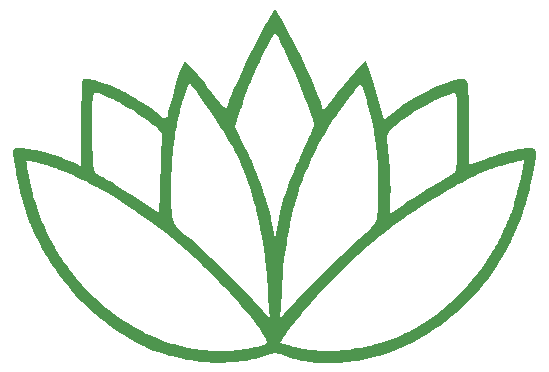
<source format=gbo>
G04 Layer: BottomSilkscreenLayer*
G04 EasyEDA v6.5.22, 2023-01-18 14:56:14*
G04 eb7a50f388b942ddb5e33576d95934dd,93c32eb58a6e4653a9b851d96a472eee,10*
G04 Gerber Generator version 0.2*
G04 Scale: 100 percent, Rotated: No, Reflected: No *
G04 Dimensions in millimeters *
G04 leading zeros omitted , absolute positions ,4 integer and 5 decimal *
%FSLAX45Y45*%
%MOMM*%

%ADD10C,0.0001*%

%LPD*%
G36*
X591007Y3365804D02*
G01*
X557987Y3322574D01*
X550926Y3312007D01*
X543763Y3300272D01*
X525932Y3268979D01*
X503986Y3228644D01*
X478790Y3180740D01*
X451002Y3126943D01*
X410209Y3046272D01*
X379679Y2984855D01*
X345541Y2915259D01*
X305714Y2832658D01*
X279196Y2776474D01*
X255574Y2725420D01*
X235610Y2681020D01*
X220217Y2644952D01*
X214426Y2630525D01*
X210058Y2618790D01*
X200914Y2590292D01*
X196189Y2576626D01*
X191465Y2563876D01*
X186893Y2552446D01*
X182626Y2542692D01*
X178816Y2534869D01*
X175564Y2529382D01*
X174193Y2527655D01*
X173380Y2527147D01*
X172313Y2527096D01*
X170942Y2527401D01*
X169316Y2528062D01*
X165303Y2530602D01*
X160223Y2534615D01*
X154228Y2539949D01*
X139750Y2554478D01*
X122326Y2573629D01*
X102463Y2596845D01*
X80772Y2623566D01*
X57658Y2653131D01*
X14579Y2709773D01*
X-8128Y2738729D01*
X-34950Y2772206D01*
X-52171Y2793288D01*
X-68580Y2812897D01*
X-97739Y2846628D01*
X-109982Y2860090D01*
X-120345Y2870860D01*
X-179120Y2926588D01*
X-207213Y2859328D01*
X-214172Y2841244D01*
X-222046Y2819247D01*
X-230632Y2793949D01*
X-239775Y2766009D01*
X-249275Y2736138D01*
X-258927Y2704896D01*
X-280162Y2633370D01*
X-297078Y2573172D01*
X-310489Y2521712D01*
X-315417Y2500934D01*
X-318922Y2484323D01*
X-320751Y2472537D01*
X-321513Y2463647D01*
X-322986Y2459228D01*
X-325272Y2455316D01*
X-328371Y2452014D01*
X-332028Y2449322D01*
X-336245Y2447188D01*
X-340868Y2445715D01*
X-345795Y2444800D01*
X-350875Y2444597D01*
X-356057Y2445004D01*
X-361238Y2446121D01*
X-366268Y2447848D01*
X-371043Y2450338D01*
X-375462Y2453487D01*
X-379425Y2457348D01*
X-383844Y2463444D01*
X-386689Y2466898D01*
X-390499Y2470912D01*
X-395274Y2475433D01*
X-407466Y2485796D01*
X-422808Y2497785D01*
X-441045Y2511145D01*
X-461670Y2525674D01*
X-484378Y2541016D01*
X-508711Y2557068D01*
X-534416Y2573477D01*
X-560984Y2590088D01*
X-581304Y2602484D01*
X-628904Y2630576D01*
X-655726Y2645714D01*
X-681685Y2659938D01*
X-706475Y2672994D01*
X-731113Y2685237D01*
X-759866Y2698597D01*
X-789127Y2711246D01*
X-811174Y2720289D01*
X-840384Y2731516D01*
X-869086Y2741777D01*
X-896874Y2751023D01*
X-923340Y2758998D01*
X-935939Y2762554D01*
X-959764Y2768549D01*
X-981303Y2773121D01*
X-991057Y2774797D01*
X-1000150Y2776067D01*
X-1008481Y2776931D01*
X-1016000Y2777337D01*
X-1022654Y2777337D01*
X-1028395Y2776829D01*
X-1033221Y2775864D01*
X-1037031Y2774391D01*
X-1038555Y2773476D01*
X-1040180Y2771952D01*
X-1040892Y2770124D01*
X-1042314Y2763469D01*
X-1043736Y2752953D01*
X-1045057Y2738780D01*
X-1046327Y2721152D01*
X-1048613Y2676652D01*
X-1050493Y2621280D01*
X-1051966Y2556916D01*
X-1052931Y2485390D01*
X-1053236Y2447493D01*
X-1053338Y2392680D01*
X-961440Y2392680D01*
X-961288Y2459126D01*
X-960526Y2512720D01*
X-959103Y2560269D01*
X-958087Y2580487D01*
X-956868Y2597759D01*
X-955395Y2612288D01*
X-953516Y2624277D01*
X-951280Y2633980D01*
X-949960Y2638044D01*
X-948537Y2641600D01*
X-946962Y2644698D01*
X-945235Y2647340D01*
X-943356Y2649575D01*
X-941324Y2651455D01*
X-939139Y2652928D01*
X-936752Y2654096D01*
X-934212Y2654960D01*
X-931468Y2655519D01*
X-925372Y2655925D01*
X-921105Y2655671D01*
X-916076Y2654960D01*
X-903986Y2652014D01*
X-889355Y2647289D01*
X-872439Y2640939D01*
X-853440Y2633065D01*
X-832612Y2623769D01*
X-810260Y2613202D01*
X-786587Y2601518D01*
X-761847Y2588869D01*
X-736244Y2575306D01*
X-696874Y2553665D01*
X-656996Y2530805D01*
X-617423Y2507183D01*
X-585317Y2487218D01*
X-560527Y2471267D01*
X-536854Y2455418D01*
X-514400Y2439924D01*
X-493572Y2424785D01*
X-459181Y2398776D01*
X-442417Y2385771D01*
X-427786Y2374087D01*
X-415137Y2363520D01*
X-404368Y2353919D01*
X-395274Y2345080D01*
X-387807Y2336901D01*
X-381762Y2329129D01*
X-379222Y2325370D01*
X-376986Y2321610D01*
X-373430Y2314194D01*
X-370941Y2306675D01*
X-369316Y2298852D01*
X-368452Y2290622D01*
X-368249Y2281783D01*
X-375259Y2133854D01*
X-389557Y1800656D01*
X-292760Y1800656D01*
X-292303Y1888286D01*
X-291947Y1914448D01*
X-290779Y1960270D01*
X-288442Y2012543D01*
X-285191Y2064613D01*
X-282600Y2097074D01*
X-279044Y2135835D01*
X-276402Y2161540D01*
X-273507Y2187143D01*
X-270357Y2212695D01*
X-266090Y2244394D01*
X-262432Y2269591D01*
X-255473Y2313330D01*
X-250088Y2344267D01*
X-245516Y2368854D01*
X-239471Y2399233D01*
X-231749Y2435301D01*
X-226364Y2459075D01*
X-220725Y2482646D01*
X-213410Y2511704D01*
X-207314Y2534666D01*
X-197764Y2568600D01*
X-189433Y2596438D01*
X-169011Y2660446D01*
X-159004Y2690723D01*
X-150571Y2715310D01*
X-144119Y2732989D01*
X-139700Y2743250D01*
X-139344Y2743504D01*
X-137922Y2742844D01*
X-135991Y2741320D01*
X-130505Y2735783D01*
X-123037Y2727096D01*
X-113741Y2715514D01*
X-102819Y2701290D01*
X-76657Y2665780D01*
X-45821Y2622499D01*
X-11531Y2573274D01*
X34188Y2506319D01*
X85344Y2429764D01*
X123994Y2370734D01*
X244856Y2370734D01*
X292760Y2509875D01*
X303682Y2540812D01*
X328523Y2608834D01*
X351891Y2670251D01*
X371094Y2718866D01*
X383235Y2748940D01*
X395528Y2778709D01*
X412851Y2819806D01*
X435406Y2871470D01*
X458063Y2921711D01*
X480822Y2970174D01*
X503478Y3016656D01*
X518159Y3045764D01*
X536752Y3081426D01*
X553669Y3112719D01*
X568198Y3138220D01*
X574243Y3148380D01*
X579475Y3156610D01*
X583641Y3162655D01*
X586740Y3166414D01*
X587806Y3167380D01*
X588619Y3167735D01*
X589889Y3167278D01*
X590702Y3166719D01*
X593496Y3163722D01*
X598424Y3156813D01*
X604520Y3146704D01*
X611733Y3133699D01*
X620014Y3117951D01*
X631698Y3094736D01*
X642010Y3073552D01*
X664768Y3025190D01*
X689813Y2970123D01*
X716534Y2910078D01*
X754583Y2822346D01*
X789127Y2740660D01*
X819048Y2668320D01*
X843838Y2606903D01*
X866241Y2549956D01*
X885494Y2499055D01*
X893775Y2476398D01*
X900988Y2455875D01*
X907084Y2437688D01*
X911961Y2422042D01*
X915517Y2409139D01*
X917702Y2399233D01*
X918210Y2395423D01*
X918362Y2392324D01*
X917752Y2388209D01*
X916482Y2382723D01*
X914552Y2375966D01*
X908812Y2358796D01*
X900785Y2337358D01*
X890778Y2312314D01*
X878941Y2284222D01*
X865581Y2253742D01*
X851001Y2221433D01*
X835355Y2187956D01*
X817880Y2151227D01*
X798677Y2109927D01*
X786485Y2083054D01*
X769061Y2043734D01*
X755294Y2011730D01*
X744778Y1986635D01*
X729742Y1949653D01*
X717905Y1919427D01*
X706729Y1889658D01*
X698195Y1866087D01*
X686003Y1831187D01*
X678332Y1808175D01*
X667461Y1773834D01*
X658977Y1745386D01*
X649325Y1711350D01*
X641807Y1683004D01*
X630631Y1637487D01*
X624179Y1608785D01*
X619252Y1585722D01*
X585470Y1418691D01*
X560730Y1553870D01*
X555345Y1579981D01*
X550468Y1601673D01*
X540766Y1641144D01*
X533044Y1670405D01*
X519277Y1718716D01*
X507949Y1756003D01*
X495858Y1793951D01*
X483006Y1832406D01*
X464820Y1884121D01*
X452932Y1916582D01*
X443179Y1942490D01*
X425551Y1987600D01*
X402082Y2044750D01*
X388670Y2075891D01*
X375107Y2106472D01*
X364134Y2130450D01*
X347573Y2165502D01*
X333654Y2193696D01*
X244856Y2370734D01*
X123994Y2370734D01*
X154686Y2322880D01*
X184353Y2275535D01*
X208940Y2234742D01*
X218948Y2217420D01*
X227838Y2201265D01*
X237794Y2182520D01*
X252475Y2153869D01*
X264464Y2129688D01*
X273812Y2110028D01*
X287629Y2080158D01*
X303225Y2044700D01*
X316179Y2013762D01*
X324662Y1992833D01*
X332943Y1971700D01*
X350977Y1923389D01*
X362559Y1890522D01*
X371957Y1862734D01*
X384657Y1823313D01*
X395122Y1788972D01*
X401929Y1765807D01*
X413410Y1724761D01*
X422859Y1688998D01*
X428955Y1664919D01*
X437743Y1628343D01*
X444855Y1597507D01*
X453034Y1560068D01*
X462076Y1515770D01*
X470611Y1470812D01*
X476453Y1438249D01*
X484124Y1392174D01*
X493318Y1331925D01*
X500735Y1277467D01*
X505053Y1242974D01*
X509930Y1201166D01*
X513689Y1165961D01*
X517194Y1130452D01*
X521665Y1080109D01*
X526135Y1021842D01*
X530402Y955243D01*
X532028Y925271D01*
X540867Y743915D01*
X433730Y867714D01*
X403047Y901852D01*
X371856Y935482D01*
X323951Y985774D01*
X271475Y1039571D01*
X205435Y1105865D01*
X158242Y1152347D01*
X94945Y1213764D01*
X48158Y1258366D01*
X2794Y1300988D01*
X-45059Y1345082D01*
X-85039Y1381048D01*
X-125069Y1415948D01*
X-153060Y1439418D01*
X-170789Y1453845D01*
X-188468Y1468628D01*
X-204419Y1482547D01*
X-218643Y1495907D01*
X-231343Y1509014D01*
X-237083Y1515567D01*
X-242519Y1522171D01*
X-247548Y1528876D01*
X-252272Y1535633D01*
X-256641Y1542592D01*
X-260705Y1549755D01*
X-264464Y1557121D01*
X-267919Y1564792D01*
X-271119Y1572768D01*
X-274015Y1581048D01*
X-276656Y1589735D01*
X-279044Y1598828D01*
X-281228Y1608378D01*
X-283159Y1618437D01*
X-286359Y1640179D01*
X-288848Y1664309D01*
X-290576Y1691132D01*
X-291795Y1721002D01*
X-292455Y1754124D01*
X-292760Y1800656D01*
X-389557Y1800656D01*
X-396341Y1638858D01*
X-627684Y1792376D01*
X-695960Y1836775D01*
X-747623Y1869592D01*
X-794512Y1898548D01*
X-834440Y1922424D01*
X-851153Y1932076D01*
X-865378Y1940001D01*
X-876858Y1945995D01*
X-890828Y1952345D01*
X-896315Y1955139D01*
X-901649Y1958187D01*
X-906881Y1961489D01*
X-916787Y1968754D01*
X-925728Y1976628D01*
X-929741Y1980692D01*
X-933500Y1984857D01*
X-936853Y1989074D01*
X-939800Y1993290D01*
X-942340Y1997506D01*
X-944473Y2001621D01*
X-946099Y2005685D01*
X-947521Y2011425D01*
X-948944Y2020671D01*
X-950315Y2033320D01*
X-951636Y2049068D01*
X-954074Y2088692D01*
X-956259Y2137359D01*
X-958342Y2200046D01*
X-959967Y2268169D01*
X-960628Y2307183D01*
X-961440Y2392680D01*
X-1053338Y2392680D01*
X-1053541Y2296668D01*
X-1053998Y2222957D01*
X-1054709Y2158593D01*
X-1055573Y2105812D01*
X-1056589Y2066798D01*
X-1057706Y2043785D01*
X-1058316Y2038959D01*
X-1058621Y2038350D01*
X-1060653Y2038857D01*
X-1064463Y2040229D01*
X-1076350Y2045411D01*
X-1092657Y2053031D01*
X-1127150Y2069947D01*
X-1149604Y2080056D01*
X-1173784Y2090115D01*
X-1199388Y2100072D01*
X-1226159Y2109825D01*
X-1253845Y2119325D01*
X-1282242Y2128469D01*
X-1311046Y2137257D01*
X-1332788Y2143607D01*
X-1368958Y2153462D01*
X-1404569Y2162505D01*
X-1439214Y2170480D01*
X-1465834Y2176068D01*
X-1491234Y2180844D01*
X-1515160Y2184806D01*
X-1537309Y2187803D01*
X-1557528Y2189835D01*
X-1575511Y2190800D01*
X-1583588Y2190902D01*
X-1591005Y2190699D01*
X-1597710Y2190191D01*
X-1603756Y2189429D01*
X-1608988Y2188311D01*
X-1613712Y2186838D01*
X-1617980Y2185009D01*
X-1621688Y2182672D01*
X-1624685Y2179624D01*
X-1627124Y2175764D01*
X-1628851Y2170734D01*
X-1629968Y2164435D01*
X-1630426Y2156612D01*
X-1630273Y2147062D01*
X-1629460Y2135581D01*
X-1627936Y2121966D01*
X-1625803Y2106015D01*
X-1621606Y2079040D01*
X-1517091Y2079040D01*
X-1516989Y2082139D01*
X-1516735Y2082698D01*
X-1515872Y2083206D01*
X-1513027Y2083765D01*
X-1508912Y2083866D01*
X-1503476Y2083460D01*
X-1496923Y2082596D01*
X-1480464Y2079599D01*
X-1460195Y2075078D01*
X-1436725Y2069134D01*
X-1410614Y2062022D01*
X-1382471Y2053894D01*
X-1345387Y2042566D01*
X-1307236Y2030222D01*
X-1269288Y2017268D01*
X-1239774Y2006701D01*
X-1211732Y1996135D01*
X-1185773Y1985721D01*
X-1166164Y1977491D01*
X-1126642Y1960219D01*
X-1081633Y1939493D01*
X-1061415Y1929892D01*
X-1015644Y1907336D01*
X-979678Y1888896D01*
X-943457Y1869744D01*
X-922629Y1858467D01*
X-880821Y1835200D01*
X-828141Y1804822D01*
X-785774Y1779524D01*
X-732586Y1746707D01*
X-700532Y1726387D01*
X-647039Y1691487D01*
X-604164Y1662684D01*
X-561238Y1633169D01*
X-512978Y1599031D01*
X-459485Y1560068D01*
X-432765Y1540205D01*
X-395427Y1511909D01*
X-368858Y1491437D01*
X-337058Y1466545D01*
X-284276Y1424279D01*
X-263245Y1407109D01*
X-226669Y1376730D01*
X-169621Y1328166D01*
X-143916Y1305814D01*
X-92964Y1260449D01*
X-51562Y1222654D01*
X-27330Y1200048D01*
X-3098Y1177086D01*
X45212Y1130147D01*
X75133Y1100328D01*
X116636Y1058164D01*
X157276Y1015796D01*
X180086Y991565D01*
X208076Y961390D01*
X240792Y925525D01*
X272389Y890117D01*
X302717Y855370D01*
X326898Y827024D01*
X350062Y799388D01*
X384759Y756869D01*
X397100Y741222D01*
X629970Y741222D01*
X642518Y966622D01*
X647395Y1040180D01*
X651865Y1097737D01*
X654964Y1133094D01*
X658977Y1174953D01*
X667207Y1250086D01*
X673049Y1296873D01*
X678383Y1336344D01*
X686104Y1388160D01*
X691235Y1420063D01*
X695553Y1445310D01*
X702310Y1482801D01*
X711860Y1532026D01*
X716889Y1556359D01*
X723442Y1586484D01*
X731672Y1622196D01*
X743254Y1669186D01*
X752398Y1703984D01*
X765200Y1749806D01*
X778764Y1795018D01*
X793089Y1839671D01*
X802436Y1867255D01*
X820064Y1916480D01*
X828192Y1938121D01*
X845058Y1981149D01*
X862787Y2023770D01*
X881278Y2065985D01*
X893267Y2092248D01*
X905611Y2118360D01*
X915720Y2139188D01*
X941933Y2190953D01*
X952804Y2211578D01*
X978103Y2257806D01*
X995578Y2288540D01*
X1007516Y2309012D01*
X1035253Y2354986D01*
X1064158Y2400858D01*
X1090879Y2441702D01*
X1108049Y2467254D01*
X1122070Y2487676D01*
X1147216Y2523540D01*
X1169314Y2554325D01*
X1213459Y2614320D01*
X1252728Y2667152D01*
X1283208Y2707589D01*
X1302816Y2732582D01*
X1304442Y2733802D01*
X1306220Y2734208D01*
X1308100Y2733700D01*
X1310182Y2732430D01*
X1312367Y2730296D01*
X1314653Y2727401D01*
X1317091Y2723743D01*
X1322324Y2714244D01*
X1327962Y2701899D01*
X1333957Y2686862D01*
X1340307Y2669336D01*
X1348587Y2644190D01*
X1355496Y2621635D01*
X1362608Y2597099D01*
X1369822Y2570734D01*
X1377137Y2542743D01*
X1384503Y2513228D01*
X1391869Y2482392D01*
X1399133Y2450439D01*
X1406347Y2417419D01*
X1413408Y2383586D01*
X1421993Y2340305D01*
X1428546Y2305151D01*
X1434099Y2273858D01*
X1537411Y2273858D01*
X1537716Y2284069D01*
X1538427Y2293112D01*
X1539595Y2301036D01*
X1541170Y2308098D01*
X1543253Y2314448D01*
X1545844Y2320239D01*
X1548892Y2325674D01*
X1552397Y2330805D01*
X1556461Y2335936D01*
X1560982Y2341118D01*
X1572006Y2352497D01*
X1585315Y2364892D01*
X1600758Y2378252D01*
X1618183Y2392375D01*
X1637233Y2407158D01*
X1657857Y2422448D01*
X1679752Y2438095D01*
X1702765Y2453995D01*
X1726590Y2469997D01*
X1751177Y2485999D01*
X1776171Y2501798D01*
X1807718Y2521051D01*
X1839315Y2539593D01*
X1870456Y2557068D01*
X1894789Y2570175D01*
X1918411Y2582265D01*
X1941068Y2593238D01*
X1969465Y2606192D01*
X1999284Y2619146D01*
X2027326Y2630728D01*
X2052624Y2640533D01*
X2074214Y2648254D01*
X2091182Y2653487D01*
X2097633Y2655062D01*
X2102510Y2655874D01*
X2105609Y2655925D01*
X2108047Y2655570D01*
X2110333Y2654808D01*
X2112467Y2653588D01*
X2114448Y2651861D01*
X2116277Y2649575D01*
X2118004Y2646680D01*
X2119579Y2643073D01*
X2121052Y2638755D01*
X2122424Y2633675D01*
X2123694Y2627731D01*
X2125827Y2613101D01*
X2127605Y2594457D01*
X2129028Y2571343D01*
X2130094Y2543352D01*
X2130907Y2510028D01*
X2131771Y2425700D01*
X2131872Y2281224D01*
X2131618Y2236571D01*
X2130450Y2159812D01*
X2129536Y2127351D01*
X2128367Y2098598D01*
X2126996Y2073503D01*
X2125370Y2051812D01*
X2123490Y2033422D01*
X2121357Y2018182D01*
X2118918Y2005990D01*
X2117648Y2000910D01*
X2116226Y1996592D01*
X2114753Y1992884D01*
X2113229Y1989886D01*
X2111603Y1987499D01*
X2109927Y1985721D01*
X2103272Y1980742D01*
X2075840Y1962657D01*
X2033270Y1935937D01*
X1979930Y1903323D01*
X1872488Y1838655D01*
X1817014Y1804162D01*
X1763166Y1769719D01*
X1714500Y1737664D01*
X1678533Y1712975D01*
X1663903Y1702562D01*
X1638503Y1683918D01*
X1611579Y1664563D01*
X1589176Y1648764D01*
X1572869Y1637741D01*
X1564335Y1632610D01*
X1563624Y1632407D01*
X1563268Y1632762D01*
X1562709Y1635658D01*
X1562252Y1641246D01*
X1561795Y1659737D01*
X1561846Y1686712D01*
X1562404Y1720596D01*
X1563522Y1759864D01*
X1564843Y1797050D01*
X1565351Y1818893D01*
X1565554Y1842617D01*
X1564995Y1894332D01*
X1563268Y1949704D01*
X1560017Y2013051D01*
X1558188Y2040636D01*
X1555648Y2074011D01*
X1553311Y2099360D01*
X1550822Y2123236D01*
X1545894Y2166670D01*
X1541475Y2208530D01*
X1538630Y2241956D01*
X1537817Y2255926D01*
X1537411Y2273858D01*
X1434099Y2273858D01*
X1437233Y2254859D01*
X1440281Y2233574D01*
X1443126Y2210562D01*
X1445818Y2186076D01*
X1448257Y2160219D01*
X1452676Y2105101D01*
X1455013Y2068880D01*
X1457045Y2031644D01*
X1458417Y2001367D01*
X1460347Y1947875D01*
X1461719Y1886966D01*
X1462227Y1827479D01*
X1462125Y1798726D01*
X1461668Y1764080D01*
X1461058Y1737512D01*
X1460195Y1712214D01*
X1459077Y1688388D01*
X1457756Y1666087D01*
X1456131Y1645564D01*
X1454302Y1626971D01*
X1452219Y1610461D01*
X1449832Y1596237D01*
X1446987Y1583639D01*
X1444498Y1576374D01*
X1441196Y1568805D01*
X1437081Y1560931D01*
X1432153Y1552702D01*
X1426362Y1544116D01*
X1419656Y1535176D01*
X1412138Y1525879D01*
X1403756Y1516126D01*
X1394409Y1506016D01*
X1384198Y1495501D01*
X1373073Y1484579D01*
X1361033Y1473149D01*
X1334109Y1448968D01*
X1294942Y1415592D01*
X1265326Y1389634D01*
X1232255Y1359763D01*
X1196187Y1326489D01*
X1142796Y1276248D01*
X1075791Y1211935D01*
X1033475Y1170686D01*
X980389Y1118362D01*
X943660Y1081735D01*
X882751Y1020114D01*
X844346Y980694D01*
X799795Y934212D01*
X763879Y895908D01*
X732637Y861669D01*
X709574Y835355D01*
X629970Y741222D01*
X397100Y741222D01*
X412394Y721614D01*
X426974Y702411D01*
X443941Y679450D01*
X459282Y657809D01*
X470408Y641451D01*
X480466Y626059D01*
X489407Y611632D01*
X497128Y598271D01*
X503682Y585978D01*
X508965Y574852D01*
X512927Y564896D01*
X515569Y556209D01*
X516382Y552348D01*
X516788Y548792D01*
X516890Y545592D01*
X516635Y542747D01*
X515601Y539343D01*
X633120Y539343D01*
X672236Y603504D01*
X680923Y617016D01*
X700430Y645617D01*
X711200Y660704D01*
X725576Y680212D01*
X740918Y700430D01*
X753872Y717092D01*
X774395Y742848D01*
X803554Y778459D01*
X826719Y806043D01*
X859231Y843737D01*
X889050Y877569D01*
X915517Y906983D01*
X942746Y936802D01*
X994410Y992174D01*
X1038098Y1037894D01*
X1087780Y1088694D01*
X1123086Y1124102D01*
X1184300Y1184148D01*
X1240637Y1237894D01*
X1286611Y1280718D01*
X1327150Y1317548D01*
X1377137Y1361846D01*
X1416253Y1395577D01*
X1440281Y1415796D01*
X1477924Y1446631D01*
X1500835Y1464919D01*
X1541119Y1496110D01*
X1568399Y1516735D01*
X1596186Y1537309D01*
X1641551Y1570177D01*
X1670405Y1590598D01*
X1711299Y1619046D01*
X1770583Y1659128D01*
X1806498Y1682800D01*
X1860702Y1717700D01*
X1920951Y1755393D01*
X1957019Y1777390D01*
X1998929Y1802333D01*
X2052218Y1833321D01*
X2104694Y1862785D01*
X2139035Y1881581D01*
X2167280Y1896668D01*
X2222347Y1925116D01*
X2254351Y1941017D01*
X2280412Y1953564D01*
X2305862Y1965452D01*
X2349906Y1985111D01*
X2386939Y2000554D01*
X2409088Y2009190D01*
X2426106Y2015489D01*
X2442565Y2021281D01*
X2458466Y2026564D01*
X2480564Y2033422D01*
X2504744Y2040585D01*
X2548839Y2052980D01*
X2573375Y2059482D01*
X2601518Y2066493D01*
X2620822Y2070963D01*
X2694990Y2087118D01*
X2683408Y2021738D01*
X2676652Y1988007D01*
X2665730Y1936496D01*
X2652826Y1877415D01*
X2639872Y1820316D01*
X2634132Y1796846D01*
X2623210Y1755851D01*
X2614676Y1726692D01*
X2607462Y1703425D01*
X2597962Y1674469D01*
X2589987Y1651355D01*
X2579522Y1622602D01*
X2566263Y1588262D01*
X2554630Y1559814D01*
X2542489Y1531518D01*
X2529840Y1503375D01*
X2519324Y1481023D01*
X2508554Y1458772D01*
X2497480Y1436624D01*
X2483154Y1409141D01*
X2471369Y1387297D01*
X2459329Y1365554D01*
X2446934Y1344015D01*
X2434285Y1322578D01*
X2418130Y1296060D01*
X2398115Y1264513D01*
X2370480Y1223111D01*
X2356256Y1202639D01*
X2338171Y1177340D01*
X2323388Y1157325D01*
X2304542Y1132535D01*
X2281478Y1103274D01*
X2253894Y1069695D01*
X2241854Y1055471D01*
X2221484Y1032103D01*
X2200808Y1009091D01*
X2179777Y986485D01*
X2154123Y959815D01*
X2127961Y933703D01*
X2101443Y908151D01*
X2083460Y891438D01*
X2065375Y875030D01*
X2047036Y858875D01*
X2028545Y843026D01*
X2000504Y819759D01*
X1976882Y800862D01*
X1948129Y778814D01*
X1923948Y760984D01*
X1899513Y743610D01*
X1874875Y726744D01*
X1849983Y710387D01*
X1829968Y697687D01*
X1809750Y685342D01*
X1779270Y667410D01*
X1748536Y650290D01*
X1717548Y633984D01*
X1691538Y621030D01*
X1665325Y608634D01*
X1649577Y601472D01*
X1628444Y592277D01*
X1601978Y581355D01*
X1573936Y570484D01*
X1549552Y561594D01*
X1524965Y553161D01*
X1500073Y545084D01*
X1474978Y537464D01*
X1436928Y526796D01*
X1398524Y517042D01*
X1372768Y511098D01*
X1346860Y505510D01*
X1307896Y497992D01*
X1275334Y492455D01*
X1242771Y487578D01*
X1210208Y483362D01*
X1177696Y479856D01*
X1151788Y477520D01*
X1113129Y474827D01*
X1087475Y473608D01*
X1062024Y472795D01*
X1036726Y472490D01*
X1011631Y472541D01*
X986790Y473100D01*
X962202Y474065D01*
X931824Y475945D01*
X901953Y478535D01*
X872591Y481787D01*
X849528Y484936D01*
X821232Y489508D01*
X793597Y494792D01*
X766673Y500786D01*
X740511Y507492D01*
X730250Y510387D01*
X633120Y539343D01*
X515601Y539343D01*
X514959Y538124D01*
X513537Y536346D01*
X510184Y533654D01*
X505358Y530860D01*
X499211Y527913D01*
X491743Y524865D01*
X483158Y521766D01*
X462737Y515416D01*
X438658Y508914D01*
X411581Y502462D01*
X382270Y496163D01*
X351383Y490169D01*
X319684Y484632D01*
X287782Y479653D01*
X256438Y475386D01*
X226364Y471982D01*
X198221Y469544D01*
X185064Y468731D01*
X172720Y468223D01*
X161188Y468020D01*
X124358Y468325D01*
X93726Y469290D01*
X63144Y470865D01*
X38760Y472592D01*
X8382Y475284D01*
X-21945Y478586D01*
X-52171Y482498D01*
X-76250Y486105D01*
X-106324Y491134D01*
X-130251Y495554D01*
X-154127Y500380D01*
X-177901Y505612D01*
X-207568Y512673D01*
X-231140Y518769D01*
X-260553Y526948D01*
X-283972Y533857D01*
X-307289Y541172D01*
X-336296Y550875D01*
X-359410Y559054D01*
X-393852Y572008D01*
X-428040Y585774D01*
X-450697Y595477D01*
X-473252Y605485D01*
X-501294Y618540D01*
X-540207Y637794D01*
X-573278Y655167D01*
X-589686Y664159D01*
X-633069Y689152D01*
X-659892Y705510D01*
X-691845Y725881D01*
X-712927Y739902D01*
X-744270Y761593D01*
X-775309Y784098D01*
X-795782Y799541D01*
X-821131Y819302D01*
X-841248Y835558D01*
X-861161Y852119D01*
X-890727Y877620D01*
X-915111Y899464D01*
X-939190Y921867D01*
X-957630Y939546D01*
X-975817Y957427D01*
X-998169Y980084D01*
X-1020064Y1002944D01*
X-1045768Y1030833D01*
X-1074928Y1063853D01*
X-1095248Y1087729D01*
X-1115110Y1111910D01*
X-1126794Y1126540D01*
X-1153464Y1161084D01*
X-1168349Y1181049D01*
X-1186484Y1206246D01*
X-1207668Y1236827D01*
X-1224838Y1262634D01*
X-1238250Y1283411D01*
X-1251356Y1304391D01*
X-1264158Y1325473D01*
X-1279753Y1352143D01*
X-1291945Y1373581D01*
X-1303782Y1395222D01*
X-1315364Y1417015D01*
X-1326642Y1439011D01*
X-1342948Y1472184D01*
X-1353515Y1494536D01*
X-1363726Y1516989D01*
X-1371193Y1533956D01*
X-1383284Y1562404D01*
X-1394917Y1591106D01*
X-1410360Y1631645D01*
X-1420825Y1660855D01*
X-1430832Y1690268D01*
X-1440383Y1719935D01*
X-1451203Y1755800D01*
X-1458010Y1779879D01*
X-1464513Y1804111D01*
X-1472234Y1834591D01*
X-1479448Y1865274D01*
X-1488795Y1908556D01*
X-1497380Y1953158D01*
X-1504035Y1990293D01*
X-1509572Y2023110D01*
X-1513738Y2050084D01*
X-1516329Y2069846D01*
X-1517091Y2079040D01*
X-1621606Y2079040D01*
X-1615338Y2042109D01*
X-1606702Y1993646D01*
X-1601876Y1967992D01*
X-1595221Y1934362D01*
X-1587957Y1899666D01*
X-1580337Y1864614D01*
X-1569262Y1816354D01*
X-1556613Y1764690D01*
X-1550517Y1741068D01*
X-1539138Y1700275D01*
X-1532534Y1678889D01*
X-1525270Y1656283D01*
X-1511655Y1616760D01*
X-1503375Y1594256D01*
X-1492554Y1566164D01*
X-1481277Y1538122D01*
X-1471828Y1515770D01*
X-1462074Y1493469D01*
X-1451965Y1471218D01*
X-1436268Y1438046D01*
X-1422654Y1410512D01*
X-1405686Y1377645D01*
X-1393952Y1355852D01*
X-1381963Y1334160D01*
X-1369720Y1312621D01*
X-1357122Y1291132D01*
X-1337767Y1259179D01*
X-1314348Y1222248D01*
X-1300581Y1201318D01*
X-1286611Y1180592D01*
X-1268730Y1154785D01*
X-1239266Y1114094D01*
X-1224178Y1093978D01*
X-1204976Y1069086D01*
X-1185418Y1044498D01*
X-1157376Y1010513D01*
X-1141069Y991362D01*
X-1124508Y972413D01*
X-1103528Y949045D01*
X-1077925Y921410D01*
X-1060551Y903274D01*
X-1043025Y885393D01*
X-1025296Y867714D01*
X-1007364Y850239D01*
X-980084Y824534D01*
X-957071Y803554D01*
X-933754Y782980D01*
X-905408Y758799D01*
X-886307Y743051D01*
X-847648Y712368D01*
X-828090Y697484D01*
X-808380Y682904D01*
X-773480Y658063D01*
X-747420Y640283D01*
X-723900Y624687D01*
X-689406Y602538D01*
X-666851Y588518D01*
X-644601Y575106D01*
X-622604Y562254D01*
X-595376Y547014D01*
X-568401Y532587D01*
X-546912Y521665D01*
X-525475Y511200D01*
X-493268Y496366D01*
X-460857Y482600D01*
X-433679Y471830D01*
X-400558Y459740D01*
X-372465Y450291D01*
X-343916Y441401D01*
X-308762Y431393D01*
X-284784Y425094D01*
X-247802Y416153D01*
X-209499Y407771D01*
X-183184Y402488D01*
X-156108Y397408D01*
X-121259Y391261D01*
X-81229Y384911D01*
X-49631Y380898D01*
X-30226Y378815D01*
X2641Y376021D01*
X29311Y374345D01*
X49530Y373380D01*
X69900Y372719D01*
X90322Y372313D01*
X124510Y372211D01*
X158750Y372872D01*
X186029Y373888D01*
X213156Y375361D01*
X246684Y377850D01*
X266598Y379679D01*
X299212Y383286D01*
X337362Y388467D01*
X368096Y393547D01*
X397713Y399237D01*
X420522Y404266D01*
X447801Y411124D01*
X468477Y417068D01*
X478485Y420166D01*
X492912Y425043D01*
X526338Y437337D01*
X540054Y442061D01*
X552297Y445871D01*
X563321Y448716D01*
X573532Y450596D01*
X583184Y451510D01*
X592734Y451459D01*
X602437Y450494D01*
X612698Y448513D01*
X623824Y445617D01*
X636117Y441756D01*
X694080Y420725D01*
X719226Y412445D01*
X739698Y406349D01*
X765860Y399389D01*
X792480Y393141D01*
X814171Y388670D01*
X830580Y385572D01*
X847191Y382727D01*
X875233Y378612D01*
X897940Y375767D01*
X920953Y373380D01*
X944118Y371449D01*
X967587Y369925D01*
X985266Y369062D01*
X1020978Y368096D01*
X1051052Y368046D01*
X1075334Y368503D01*
X1105814Y369620D01*
X1142644Y371856D01*
X1173530Y374446D01*
X1210767Y378409D01*
X1248156Y383336D01*
X1285595Y389178D01*
X1323136Y395935D01*
X1360678Y403656D01*
X1391869Y410718D01*
X1429308Y420065D01*
X1460347Y428548D01*
X1497482Y439521D01*
X1522069Y447344D01*
X1552702Y457657D01*
X1583080Y468579D01*
X1613306Y480161D01*
X1643227Y492251D01*
X1666951Y502412D01*
X1690471Y512927D01*
X1725371Y529437D01*
X1748332Y540867D01*
X1765401Y549757D01*
X1787956Y561848D01*
X1810207Y574344D01*
X1832102Y587146D01*
X1864004Y606501D01*
X1890268Y623011D01*
X1926386Y646633D01*
X1951736Y663905D01*
X1981707Y685038D01*
X2011172Y706577D01*
X2040128Y728573D01*
X2063851Y747268D01*
X2087219Y766267D01*
X2119325Y793394D01*
X2137359Y809142D01*
X2159609Y829157D01*
X2181453Y849477D01*
X2198725Y865936D01*
X2232507Y899464D01*
X2257247Y925118D01*
X2273452Y942492D01*
X2297328Y968908D01*
X2320645Y995781D01*
X2351024Y1032306D01*
X2376830Y1064920D01*
X2394813Y1088542D01*
X2415946Y1117346D01*
X2429713Y1136802D01*
X2446629Y1161389D01*
X2466492Y1191310D01*
X2485796Y1221689D01*
X2504592Y1252474D01*
X2516835Y1273302D01*
X2528824Y1294282D01*
X2543556Y1320800D01*
X2557881Y1347622D01*
X2569057Y1369263D01*
X2582773Y1396644D01*
X2596083Y1424330D01*
X2609088Y1452321D01*
X2619197Y1474978D01*
X2636316Y1515008D01*
X2645816Y1538173D01*
X2659634Y1573276D01*
X2675077Y1614830D01*
X2683560Y1638807D01*
X2697886Y1681327D01*
X2709621Y1718208D01*
X2724454Y1768093D01*
X2734970Y1805990D01*
X2743301Y1837943D01*
X2749753Y1863750D01*
X2757474Y1896211D01*
X2766263Y1935632D01*
X2773172Y1968804D01*
X2781401Y2010816D01*
X2788615Y2049983D01*
X2791561Y2067356D01*
X2796032Y2097887D01*
X2797505Y2111197D01*
X2798470Y2123236D01*
X2798826Y2134057D01*
X2798673Y2143760D01*
X2797911Y2152345D01*
X2796540Y2159914D01*
X2794558Y2166467D01*
X2791866Y2172106D01*
X2788564Y2176830D01*
X2786634Y2178913D01*
X2782265Y2182418D01*
X2777185Y2185212D01*
X2771343Y2187295D01*
X2764739Y2188768D01*
X2757322Y2189632D01*
X2749143Y2189937D01*
X2740101Y2189784D01*
X2730246Y2189226D01*
X2707894Y2186990D01*
X2687675Y2184349D01*
X2667762Y2181199D01*
X2646629Y2177338D01*
X2624378Y2172766D01*
X2595270Y2166213D01*
X2571089Y2160320D01*
X2546299Y2153869D01*
X2520950Y2146909D01*
X2482392Y2135632D01*
X2449931Y2125522D01*
X2404668Y2110486D01*
X2372766Y2099157D01*
X2347722Y2089810D01*
X2323287Y2080310D01*
X2229053Y2042363D01*
X2228900Y2441752D01*
X2228240Y2528265D01*
X2227630Y2565704D01*
X2225852Y2629763D01*
X2224633Y2656586D01*
X2223262Y2680157D01*
X2221636Y2700629D01*
X2219756Y2718003D01*
X2217674Y2732582D01*
X2215337Y2744368D01*
X2214118Y2749296D01*
X2211374Y2757220D01*
X2209952Y2760268D01*
X2208428Y2762758D01*
X2206802Y2764637D01*
X2203805Y2767177D01*
X2200249Y2769311D01*
X2196134Y2771089D01*
X2191512Y2772511D01*
X2186330Y2773578D01*
X2180691Y2774289D01*
X2174595Y2774645D01*
X2167991Y2774645D01*
X2160930Y2774340D01*
X2153462Y2773680D01*
X2145538Y2772714D01*
X2128570Y2769819D01*
X2119477Y2767939D01*
X2100275Y2763215D01*
X2079701Y2757424D01*
X2057958Y2750515D01*
X2035098Y2742590D01*
X2011324Y2733700D01*
X1986686Y2723845D01*
X1961286Y2713126D01*
X1928774Y2698546D01*
X1902206Y2686050D01*
X1882089Y2676194D01*
X1848256Y2658922D01*
X1827885Y2648102D01*
X1793900Y2629357D01*
X1766925Y2613761D01*
X1740204Y2597708D01*
X1720392Y2585415D01*
X1694434Y2568702D01*
X1681683Y2560218D01*
X1656689Y2543048D01*
X1626565Y2521254D01*
X1506474Y2430576D01*
X1442212Y2659532D01*
X1423822Y2722930D01*
X1406347Y2780944D01*
X1391107Y2829407D01*
X1384757Y2848711D01*
X1379423Y2864104D01*
X1375257Y2874975D01*
X1354226Y2926334D01*
X1288846Y2863545D01*
X1276756Y2851150D01*
X1262583Y2835859D01*
X1246733Y2818079D01*
X1229563Y2798165D01*
X1211376Y2776626D01*
X1192530Y2753868D01*
X1168654Y2724353D01*
X1140409Y2688386D01*
X1092657Y2625750D01*
X1067206Y2593086D01*
X1045718Y2566619D01*
X1036421Y2555646D01*
X1027988Y2546096D01*
X1020419Y2537917D01*
X1013714Y2531160D01*
X1007770Y2525776D01*
X1002639Y2521661D01*
X998219Y2518816D01*
X994460Y2517292D01*
X992886Y2516936D01*
X991412Y2516936D01*
X990142Y2517190D01*
X988974Y2517749D01*
X988009Y2518613D01*
X987145Y2519781D01*
X985875Y2522880D01*
X985164Y2527096D01*
X984758Y2535224D01*
X983538Y2542692D01*
X981151Y2552344D01*
X977646Y2564130D01*
X973074Y2577896D01*
X967536Y2593492D01*
X953668Y2629814D01*
X936447Y2672130D01*
X913637Y2725724D01*
X887780Y2784348D01*
X859536Y2846527D01*
X829513Y2911043D01*
X794816Y2983687D01*
X773734Y3027070D01*
X738581Y3097631D01*
X707694Y3157931D01*
X681278Y3207918D01*
X656336Y3253384D01*
X644550Y3274212D01*
G37*
M02*

</source>
